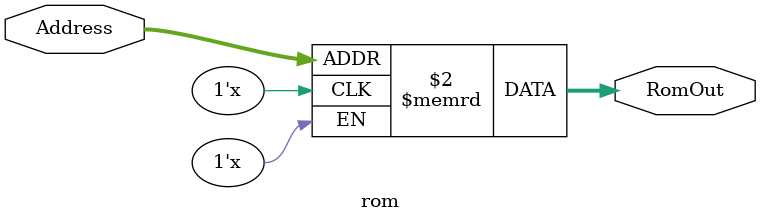
<source format=v>
`timescale 1ns / 1ps


module rom(
    input [15:0] Address,
    output reg [15:0] RomOut
    );
    
    reg [15:0] mem[65536:0];
        
    always @ (*) begin
        RomOut = mem[Address];
    end

endmodule

</source>
